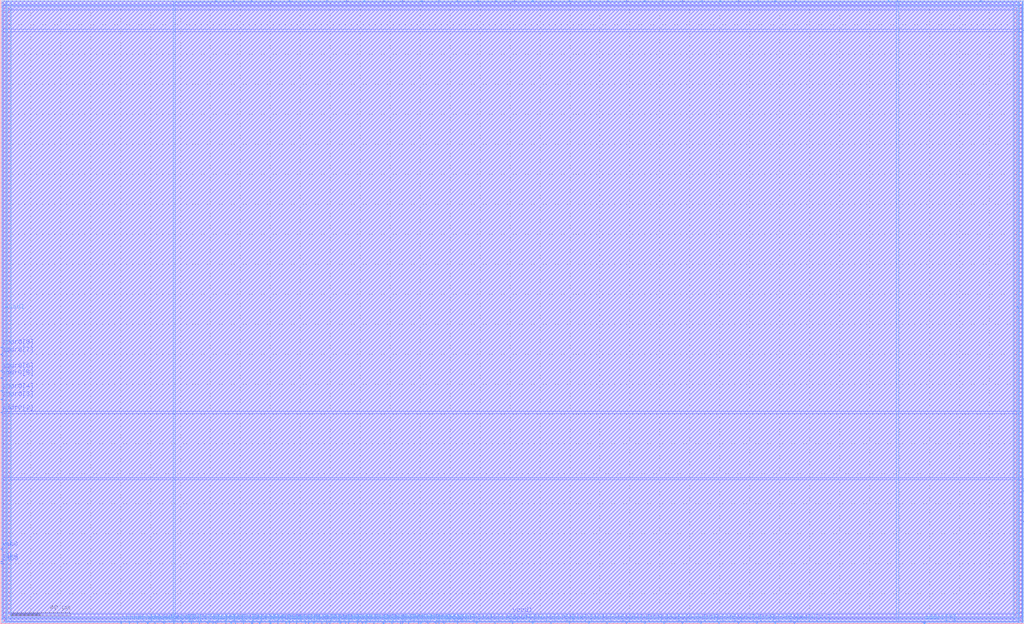
<source format=lef>
VERSION 5.4 ;
NAMESCASESENSITIVE ON ;
BUSBITCHARS "[]" ;
DIVIDERCHAR "/" ;
UNITS
  DATABASE MICRONS 2000 ;
END UNITS
MACRO sky130_sram_2kbyte_1rw1r_32x512_8
   CLASS BLOCK ;
   SIZE 683.1 BY 416.54 ;
   SYMMETRY X Y R90 ;
   PIN din0[0]
      DIRECTION INPUT ;
      PORT
         LAYER met4 ;
         RECT  115.6 0.0 115.98 1.06 ;
      END
   END din0[0]
   PIN din0[1]
      DIRECTION INPUT ;
      PORT
         LAYER met4 ;
         RECT  121.04 0.0 121.42 1.06 ;
      END
   END din0[1]
   PIN din0[2]
      DIRECTION INPUT ;
      PORT
         LAYER met4 ;
         RECT  127.16 0.0 127.54 1.06 ;
      END
   END din0[2]
   PIN din0[3]
      DIRECTION INPUT ;
      PORT
         LAYER met4 ;
         RECT  132.6 0.0 132.98 1.06 ;
      END
   END din0[3]
   PIN din0[4]
      DIRECTION INPUT ;
      PORT
         LAYER met4 ;
         RECT  138.04 0.0 138.42 1.06 ;
      END
   END din0[4]
   PIN din0[5]
      DIRECTION INPUT ;
      PORT
         LAYER met4 ;
         RECT  143.48 0.0 143.86 1.06 ;
      END
   END din0[5]
   PIN din0[6]
      DIRECTION INPUT ;
      PORT
         LAYER met4 ;
         RECT  150.28 0.0 150.66 1.06 ;
      END
   END din0[6]
   PIN din0[7]
      DIRECTION INPUT ;
      PORT
         LAYER met4 ;
         RECT  156.4 0.0 156.78 1.06 ;
      END
   END din0[7]
   PIN din0[8]
      DIRECTION INPUT ;
      PORT
         LAYER met4 ;
         RECT  161.84 0.0 162.22 1.06 ;
      END
   END din0[8]
   PIN din0[9]
      DIRECTION INPUT ;
      PORT
         LAYER met4 ;
         RECT  167.28 0.0 167.66 1.06 ;
      END
   END din0[9]
   PIN din0[10]
      DIRECTION INPUT ;
      PORT
         LAYER met4 ;
         RECT  172.72 0.0 173.1 1.06 ;
      END
   END din0[10]
   PIN din0[11]
      DIRECTION INPUT ;
      PORT
         LAYER met4 ;
         RECT  179.52 0.0 179.9 1.06 ;
      END
   END din0[11]
   PIN din0[12]
      DIRECTION INPUT ;
      PORT
         LAYER met4 ;
         RECT  184.96 0.0 185.34 1.06 ;
      END
   END din0[12]
   PIN din0[13]
      DIRECTION INPUT ;
      PORT
         LAYER met4 ;
         RECT  190.4 0.0 190.78 1.06 ;
      END
   END din0[13]
   PIN din0[14]
      DIRECTION INPUT ;
      PORT
         LAYER met4 ;
         RECT  197.2 0.0 197.58 1.06 ;
      END
   END din0[14]
   PIN din0[15]
      DIRECTION INPUT ;
      PORT
         LAYER met4 ;
         RECT  203.32 0.0 203.7 1.06 ;
      END
   END din0[15]
   PIN din0[16]
      DIRECTION INPUT ;
      PORT
         LAYER met4 ;
         RECT  208.76 0.0 209.14 1.06 ;
      END
   END din0[16]
   PIN din0[17]
      DIRECTION INPUT ;
      PORT
         LAYER met4 ;
         RECT  214.2 0.0 214.58 1.06 ;
      END
   END din0[17]
   PIN din0[18]
      DIRECTION INPUT ;
      PORT
         LAYER met4 ;
         RECT  219.64 0.0 220.02 1.06 ;
      END
   END din0[18]
   PIN din0[19]
      DIRECTION INPUT ;
      PORT
         LAYER met4 ;
         RECT  226.44 0.0 226.82 1.06 ;
      END
   END din0[19]
   PIN din0[20]
      DIRECTION INPUT ;
      PORT
         LAYER met4 ;
         RECT  231.88 0.0 232.26 1.06 ;
      END
   END din0[20]
   PIN din0[21]
      DIRECTION INPUT ;
      PORT
         LAYER met4 ;
         RECT  238.0 0.0 238.38 1.06 ;
      END
   END din0[21]
   PIN din0[22]
      DIRECTION INPUT ;
      PORT
         LAYER met4 ;
         RECT  243.44 0.0 243.82 1.06 ;
      END
   END din0[22]
   PIN din0[23]
      DIRECTION INPUT ;
      PORT
         LAYER met4 ;
         RECT  248.88 0.0 249.26 1.06 ;
      END
   END din0[23]
   PIN din0[24]
      DIRECTION INPUT ;
      PORT
         LAYER met4 ;
         RECT  255.68 0.0 256.06 1.06 ;
      END
   END din0[24]
   PIN din0[25]
      DIRECTION INPUT ;
      PORT
         LAYER met4 ;
         RECT  261.12 0.0 261.5 1.06 ;
      END
   END din0[25]
   PIN din0[26]
      DIRECTION INPUT ;
      PORT
         LAYER met4 ;
         RECT  266.56 0.0 266.94 1.06 ;
      END
   END din0[26]
   PIN din0[27]
      DIRECTION INPUT ;
      PORT
         LAYER met4 ;
         RECT  272.0 0.0 272.38 1.06 ;
      END
   END din0[27]
   PIN din0[28]
      DIRECTION INPUT ;
      PORT
         LAYER met4 ;
         RECT  278.8 0.0 279.18 1.06 ;
      END
   END din0[28]
   PIN din0[29]
      DIRECTION INPUT ;
      PORT
         LAYER met4 ;
         RECT  284.92 0.0 285.3 1.06 ;
      END
   END din0[29]
   PIN din0[30]
      DIRECTION INPUT ;
      PORT
         LAYER met4 ;
         RECT  290.36 0.0 290.74 1.06 ;
      END
   END din0[30]
   PIN din0[31]
      DIRECTION INPUT ;
      PORT
         LAYER met4 ;
         RECT  295.8 0.0 296.18 1.06 ;
      END
   END din0[31]
   PIN addr0[0]
      DIRECTION INPUT ;
      PORT
         LAYER met4 ;
         RECT  80.24 0.0 80.62 1.06 ;
      END
   END addr0[0]
   PIN addr0[1]
      DIRECTION INPUT ;
      PORT
         LAYER met4 ;
         RECT  85.68 0.0 86.06 1.06 ;
      END
   END addr0[1]
   PIN addr0[2]
      DIRECTION INPUT ;
      PORT
         LAYER met3 ;
         RECT  0.0 140.76 1.06 141.14 ;
      END
   END addr0[2]
   PIN addr0[3]
      DIRECTION INPUT ;
      PORT
         LAYER met3 ;
         RECT  0.0 149.6 1.06 149.98 ;
      END
   END addr0[3]
   PIN addr0[4]
      DIRECTION INPUT ;
      PORT
         LAYER met3 ;
         RECT  0.0 155.04 1.06 155.42 ;
      END
   END addr0[4]
   PIN addr0[5]
      DIRECTION INPUT ;
      PORT
         LAYER met3 ;
         RECT  0.0 163.88 1.06 164.26 ;
      END
   END addr0[5]
   PIN addr0[6]
      DIRECTION INPUT ;
      PORT
         LAYER met3 ;
         RECT  0.0 168.64 1.06 169.02 ;
      END
   END addr0[6]
   PIN addr0[7]
      DIRECTION INPUT ;
      PORT
         LAYER met3 ;
         RECT  0.0 179.52 1.06 179.9 ;
      END
   END addr0[7]
   PIN addr0[8]
      DIRECTION INPUT ;
      PORT
         LAYER met3 ;
         RECT  0.0 184.28 1.06 184.66 ;
      END
   END addr0[8]
   PIN addr1[0]
      DIRECTION INPUT ;
      PORT
         LAYER met4 ;
         RECT  598.4 415.48 598.78 416.54 ;
      END
   END addr1[0]
   PIN addr1[1]
      DIRECTION INPUT ;
      PORT
         LAYER met4 ;
         RECT  592.28 415.48 592.66 416.54 ;
      END
   END addr1[1]
   PIN addr1[2]
      DIRECTION INPUT ;
      PORT
         LAYER met3 ;
         RECT  682.04 96.56 683.1 96.94 ;
      END
   END addr1[2]
   PIN addr1[3]
      DIRECTION INPUT ;
      PORT
         LAYER met3 ;
         RECT  682.04 88.4 683.1 88.78 ;
      END
   END addr1[3]
   PIN addr1[4]
      DIRECTION INPUT ;
      PORT
         LAYER met3 ;
         RECT  682.04 81.6 683.1 81.98 ;
      END
   END addr1[4]
   PIN addr1[5]
      DIRECTION INPUT ;
      PORT
         LAYER met3 ;
         RECT  682.04 74.12 683.1 74.5 ;
      END
   END addr1[5]
   PIN addr1[6]
      DIRECTION INPUT ;
      PORT
         LAYER met3 ;
         RECT  682.04 68.0 683.1 68.38 ;
      END
   END addr1[6]
   PIN addr1[7]
      DIRECTION INPUT ;
      PORT
         LAYER met4 ;
         RECT  616.08 0.0 616.46 1.06 ;
      END
   END addr1[7]
   PIN addr1[8]
      DIRECTION INPUT ;
      PORT
         LAYER met4 ;
         RECT  616.76 0.0 617.14 1.06 ;
      END
   END addr1[8]
   PIN csb0
      DIRECTION INPUT ;
      PORT
         LAYER met3 ;
         RECT  0.0 40.12 1.06 40.5 ;
      END
   END csb0
   PIN csb1
      DIRECTION INPUT ;
      PORT
         LAYER met3 ;
         RECT  682.04 395.76 683.1 396.14 ;
      END
   END csb1
   PIN web0
      DIRECTION INPUT ;
      PORT
         LAYER met3 ;
         RECT  0.0 49.64 1.06 50.02 ;
      END
   END web0
   PIN clk0
      DIRECTION INPUT ;
      PORT
         LAYER met3 ;
         RECT  0.0 41.48 1.06 41.86 ;
      END
   END clk0
   PIN clk1
      DIRECTION INPUT ;
      PORT
         LAYER met4 ;
         RECT  654.16 415.48 654.54 416.54 ;
      END
   END clk1
   PIN wmask0[0]
      DIRECTION INPUT ;
      PORT
         LAYER met4 ;
         RECT  91.12 0.0 91.5 1.06 ;
      END
   END wmask0[0]
   PIN wmask0[1]
      DIRECTION INPUT ;
      PORT
         LAYER met4 ;
         RECT  97.92 0.0 98.3 1.06 ;
      END
   END wmask0[1]
   PIN wmask0[2]
      DIRECTION INPUT ;
      PORT
         LAYER met4 ;
         RECT  102.68 0.0 103.06 1.06 ;
      END
   END wmask0[2]
   PIN wmask0[3]
      DIRECTION INPUT ;
      PORT
         LAYER met4 ;
         RECT  108.8 0.0 109.18 1.06 ;
      END
   END wmask0[3]
   PIN dout0[0]
      DIRECTION OUTPUT ;
      PORT
         LAYER met4 ;
         RECT  141.44 0.0 141.82 1.06 ;
      END
   END dout0[0]
   PIN dout0[1]
      DIRECTION OUTPUT ;
      PORT
         LAYER met4 ;
         RECT  153.68 0.0 154.06 1.06 ;
      END
   END dout0[1]
   PIN dout0[2]
      DIRECTION OUTPUT ;
      PORT
         LAYER met4 ;
         RECT  167.96 0.0 168.34 1.06 ;
      END
   END dout0[2]
   PIN dout0[3]
      DIRECTION OUTPUT ;
      PORT
         LAYER met4 ;
         RECT  180.2 0.0 180.58 1.06 ;
      END
   END dout0[3]
   PIN dout0[4]
      DIRECTION OUTPUT ;
      PORT
         LAYER met4 ;
         RECT  192.44 0.0 192.82 1.06 ;
      END
   END dout0[4]
   PIN dout0[5]
      DIRECTION OUTPUT ;
      PORT
         LAYER met4 ;
         RECT  205.36 0.0 205.74 1.06 ;
      END
   END dout0[5]
   PIN dout0[6]
      DIRECTION OUTPUT ;
      PORT
         LAYER met4 ;
         RECT  217.6 0.0 217.98 1.06 ;
      END
   END dout0[6]
   PIN dout0[7]
      DIRECTION OUTPUT ;
      PORT
         LAYER met4 ;
         RECT  229.84 0.0 230.22 1.06 ;
      END
   END dout0[7]
   PIN dout0[8]
      DIRECTION OUTPUT ;
      PORT
         LAYER met4 ;
         RECT  241.4 0.0 241.78 1.06 ;
      END
   END dout0[8]
   PIN dout0[9]
      DIRECTION OUTPUT ;
      PORT
         LAYER met4 ;
         RECT  255.0 0.0 255.38 1.06 ;
      END
   END dout0[9]
   PIN dout0[10]
      DIRECTION OUTPUT ;
      PORT
         LAYER met4 ;
         RECT  267.92 0.0 268.3 1.06 ;
      END
   END dout0[10]
   PIN dout0[11]
      DIRECTION OUTPUT ;
      PORT
         LAYER met4 ;
         RECT  280.16 0.0 280.54 1.06 ;
      END
   END dout0[11]
   PIN dout0[12]
      DIRECTION OUTPUT ;
      PORT
         LAYER met4 ;
         RECT  292.4 0.0 292.78 1.06 ;
      END
   END dout0[12]
   PIN dout0[13]
      DIRECTION OUTPUT ;
      PORT
         LAYER met4 ;
         RECT  304.64 0.0 305.02 1.06 ;
      END
   END dout0[13]
   PIN dout0[14]
      DIRECTION OUTPUT ;
      PORT
         LAYER met4 ;
         RECT  317.56 0.0 317.94 1.06 ;
      END
   END dout0[14]
   PIN dout0[15]
      DIRECTION OUTPUT ;
      PORT
         LAYER met4 ;
         RECT  329.8 0.0 330.18 1.06 ;
      END
   END dout0[15]
   PIN dout0[16]
      DIRECTION OUTPUT ;
      PORT
         LAYER met4 ;
         RECT  341.36 0.0 341.74 1.06 ;
      END
   END dout0[16]
   PIN dout0[17]
      DIRECTION OUTPUT ;
      PORT
         LAYER met4 ;
         RECT  354.96 0.0 355.34 1.06 ;
      END
   END dout0[17]
   PIN dout0[18]
      DIRECTION OUTPUT ;
      PORT
         LAYER met4 ;
         RECT  367.2 0.0 367.58 1.06 ;
      END
   END dout0[18]
   PIN dout0[19]
      DIRECTION OUTPUT ;
      PORT
         LAYER met4 ;
         RECT  379.44 0.0 379.82 1.06 ;
      END
   END dout0[19]
   PIN dout0[20]
      DIRECTION OUTPUT ;
      PORT
         LAYER met4 ;
         RECT  392.36 0.0 392.74 1.06 ;
      END
   END dout0[20]
   PIN dout0[21]
      DIRECTION OUTPUT ;
      PORT
         LAYER met4 ;
         RECT  404.6 0.0 404.98 1.06 ;
      END
   END dout0[21]
   PIN dout0[22]
      DIRECTION OUTPUT ;
      PORT
         LAYER met4 ;
         RECT  417.52 0.0 417.9 1.06 ;
      END
   END dout0[22]
   PIN dout0[23]
      DIRECTION OUTPUT ;
      PORT
         LAYER met4 ;
         RECT  429.76 0.0 430.14 1.06 ;
      END
   END dout0[23]
   PIN dout0[24]
      DIRECTION OUTPUT ;
      PORT
         LAYER met4 ;
         RECT  442.68 0.0 443.06 1.06 ;
      END
   END dout0[24]
   PIN dout0[25]
      DIRECTION OUTPUT ;
      PORT
         LAYER met4 ;
         RECT  454.92 0.0 455.3 1.06 ;
      END
   END dout0[25]
   PIN dout0[26]
      DIRECTION OUTPUT ;
      PORT
         LAYER met4 ;
         RECT  467.16 0.0 467.54 1.06 ;
      END
   END dout0[26]
   PIN dout0[27]
      DIRECTION OUTPUT ;
      PORT
         LAYER met4 ;
         RECT  479.4 0.0 479.78 1.06 ;
      END
   END dout0[27]
   PIN dout0[28]
      DIRECTION OUTPUT ;
      PORT
         LAYER met4 ;
         RECT  492.32 0.0 492.7 1.06 ;
      END
   END dout0[28]
   PIN dout0[29]
      DIRECTION OUTPUT ;
      PORT
         LAYER met4 ;
         RECT  504.56 0.0 504.94 1.06 ;
      END
   END dout0[29]
   PIN dout0[30]
      DIRECTION OUTPUT ;
      PORT
         LAYER met4 ;
         RECT  516.8 0.0 517.18 1.06 ;
      END
   END dout0[30]
   PIN dout0[31]
      DIRECTION OUTPUT ;
      PORT
         LAYER met4 ;
         RECT  529.72 0.0 530.1 1.06 ;
      END
   END dout0[31]
   PIN dout1[0]
      DIRECTION OUTPUT ;
      PORT
         LAYER met4 ;
         RECT  143.48 415.48 143.86 416.54 ;
      END
   END dout1[0]
   PIN dout1[1]
      DIRECTION OUTPUT ;
      PORT
         LAYER met4 ;
         RECT  155.04 415.48 155.42 416.54 ;
      END
   END dout1[1]
   PIN dout1[2]
      DIRECTION OUTPUT ;
      PORT
         LAYER met4 ;
         RECT  167.28 415.48 167.66 416.54 ;
      END
   END dout1[2]
   PIN dout1[3]
      DIRECTION OUTPUT ;
      PORT
         LAYER met4 ;
         RECT  180.88 415.48 181.26 416.54 ;
      END
   END dout1[3]
   PIN dout1[4]
      DIRECTION OUTPUT ;
      PORT
         LAYER met4 ;
         RECT  192.44 415.48 192.82 416.54 ;
      END
   END dout1[4]
   PIN dout1[5]
      DIRECTION OUTPUT ;
      PORT
         LAYER met4 ;
         RECT  205.36 415.48 205.74 416.54 ;
      END
   END dout1[5]
   PIN dout1[6]
      DIRECTION OUTPUT ;
      PORT
         LAYER met4 ;
         RECT  217.6 415.48 217.98 416.54 ;
      END
   END dout1[6]
   PIN dout1[7]
      DIRECTION OUTPUT ;
      PORT
         LAYER met4 ;
         RECT  230.52 415.48 230.9 416.54 ;
      END
   END dout1[7]
   PIN dout1[8]
      DIRECTION OUTPUT ;
      PORT
         LAYER met4 ;
         RECT  242.76 415.48 243.14 416.54 ;
      END
   END dout1[8]
   PIN dout1[9]
      DIRECTION OUTPUT ;
      PORT
         LAYER met4 ;
         RECT  255.68 415.48 256.06 416.54 ;
      END
   END dout1[9]
   PIN dout1[10]
      DIRECTION OUTPUT ;
      PORT
         LAYER met4 ;
         RECT  267.92 415.48 268.3 416.54 ;
      END
   END dout1[10]
   PIN dout1[11]
      DIRECTION OUTPUT ;
      PORT
         LAYER met4 ;
         RECT  280.84 415.48 281.22 416.54 ;
      END
   END dout1[11]
   PIN dout1[12]
      DIRECTION OUTPUT ;
      PORT
         LAYER met4 ;
         RECT  292.4 415.48 292.78 416.54 ;
      END
   END dout1[12]
   PIN dout1[13]
      DIRECTION OUTPUT ;
      PORT
         LAYER met4 ;
         RECT  304.64 415.48 305.02 416.54 ;
      END
   END dout1[13]
   PIN dout1[14]
      DIRECTION OUTPUT ;
      PORT
         LAYER met4 ;
         RECT  318.24 415.48 318.62 416.54 ;
      END
   END dout1[14]
   PIN dout1[15]
      DIRECTION OUTPUT ;
      PORT
         LAYER met4 ;
         RECT  330.48 415.48 330.86 416.54 ;
      END
   END dout1[15]
   PIN dout1[16]
      DIRECTION OUTPUT ;
      PORT
         LAYER met4 ;
         RECT  342.72 415.48 343.1 416.54 ;
      END
   END dout1[16]
   PIN dout1[17]
      DIRECTION OUTPUT ;
      PORT
         LAYER met4 ;
         RECT  354.96 415.48 355.34 416.54 ;
      END
   END dout1[17]
   PIN dout1[18]
      DIRECTION OUTPUT ;
      PORT
         LAYER met4 ;
         RECT  367.88 415.48 368.26 416.54 ;
      END
   END dout1[18]
   PIN dout1[19]
      DIRECTION OUTPUT ;
      PORT
         LAYER met4 ;
         RECT  379.44 415.48 379.82 416.54 ;
      END
   END dout1[19]
   PIN dout1[20]
      DIRECTION OUTPUT ;
      PORT
         LAYER met4 ;
         RECT  393.04 415.48 393.42 416.54 ;
      END
   END dout1[20]
   PIN dout1[21]
      DIRECTION OUTPUT ;
      PORT
         LAYER met4 ;
         RECT  405.28 415.48 405.66 416.54 ;
      END
   END dout1[21]
   PIN dout1[22]
      DIRECTION OUTPUT ;
      PORT
         LAYER met4 ;
         RECT  417.52 415.48 417.9 416.54 ;
      END
   END dout1[22]
   PIN dout1[23]
      DIRECTION OUTPUT ;
      PORT
         LAYER met4 ;
         RECT  429.76 415.48 430.14 416.54 ;
      END
   END dout1[23]
   PIN dout1[24]
      DIRECTION OUTPUT ;
      PORT
         LAYER met4 ;
         RECT  442.0 415.48 442.38 416.54 ;
      END
   END dout1[24]
   PIN dout1[25]
      DIRECTION OUTPUT ;
      PORT
         LAYER met4 ;
         RECT  454.92 415.48 455.3 416.54 ;
      END
   END dout1[25]
   PIN dout1[26]
      DIRECTION OUTPUT ;
      PORT
         LAYER met4 ;
         RECT  467.84 415.48 468.22 416.54 ;
      END
   END dout1[26]
   PIN dout1[27]
      DIRECTION OUTPUT ;
      PORT
         LAYER met4 ;
         RECT  480.08 415.48 480.46 416.54 ;
      END
   END dout1[27]
   PIN dout1[28]
      DIRECTION OUTPUT ;
      PORT
         LAYER met4 ;
         RECT  492.32 415.48 492.7 416.54 ;
      END
   END dout1[28]
   PIN dout1[29]
      DIRECTION OUTPUT ;
      PORT
         LAYER met4 ;
         RECT  505.24 415.48 505.62 416.54 ;
      END
   END dout1[29]
   PIN dout1[30]
      DIRECTION OUTPUT ;
      PORT
         LAYER met4 ;
         RECT  516.8 415.48 517.18 416.54 ;
      END
   END dout1[30]
   PIN dout1[31]
      DIRECTION OUTPUT ;
      PORT
         LAYER met4 ;
         RECT  530.4 415.48 530.78 416.54 ;
      END
   END dout1[31]
   PIN vccd1
      DIRECTION INOUT ;
      USE POWER ; 
      PORT
         LAYER met4 ;
         RECT  4.76 4.76 6.5 411.78 ;
         LAYER met4 ;
         RECT  676.6 4.76 678.34 411.78 ;
         LAYER met3 ;
         RECT  4.76 410.04 678.34 411.78 ;
         LAYER met3 ;
         RECT  4.76 4.76 678.34 6.5 ;
      END
   END vccd1
   PIN vssd1
      DIRECTION INOUT ;
      USE GROUND ; 
      PORT
         LAYER met4 ;
         RECT  680.0 1.36 681.74 415.18 ;
         LAYER met4 ;
         RECT  1.36 1.36 3.1 415.18 ;
         LAYER met3 ;
         RECT  1.36 1.36 681.74 3.1 ;
         LAYER met3 ;
         RECT  1.36 413.44 681.74 415.18 ;
      END
   END vssd1
   OBS
   LAYER  met1 ;
      RECT  0.62 0.62 682.48 415.92 ;
   LAYER  met2 ;
      RECT  0.62 0.62 682.48 415.92 ;
   LAYER  met3 ;
      RECT  1.66 140.16 682.48 141.74 ;
      RECT  0.62 141.74 1.66 149.0 ;
      RECT  0.62 150.58 1.66 154.44 ;
      RECT  0.62 156.02 1.66 163.28 ;
      RECT  0.62 164.86 1.66 168.04 ;
      RECT  0.62 169.62 1.66 178.92 ;
      RECT  0.62 180.5 1.66 183.68 ;
      RECT  1.66 95.96 681.44 97.54 ;
      RECT  1.66 97.54 681.44 140.16 ;
      RECT  681.44 97.54 682.48 140.16 ;
      RECT  681.44 89.38 682.48 95.96 ;
      RECT  681.44 82.58 682.48 87.8 ;
      RECT  681.44 75.1 682.48 81.0 ;
      RECT  681.44 68.98 682.48 73.52 ;
      RECT  1.66 141.74 681.44 395.16 ;
      RECT  1.66 395.16 681.44 396.74 ;
      RECT  681.44 141.74 682.48 395.16 ;
      RECT  0.62 50.62 1.66 140.16 ;
      RECT  0.62 42.46 1.66 49.04 ;
      RECT  1.66 396.74 4.16 409.44 ;
      RECT  1.66 409.44 4.16 412.38 ;
      RECT  4.16 396.74 678.94 409.44 ;
      RECT  678.94 396.74 681.44 409.44 ;
      RECT  678.94 409.44 681.44 412.38 ;
      RECT  1.66 4.16 4.16 7.1 ;
      RECT  1.66 7.1 4.16 95.96 ;
      RECT  4.16 7.1 678.94 95.96 ;
      RECT  678.94 4.16 681.44 7.1 ;
      RECT  678.94 7.1 681.44 95.96 ;
      RECT  681.44 0.62 682.34 0.76 ;
      RECT  681.44 3.7 682.34 67.4 ;
      RECT  682.34 0.62 682.48 0.76 ;
      RECT  682.34 0.76 682.48 3.7 ;
      RECT  682.34 3.7 682.48 67.4 ;
      RECT  0.62 0.62 0.76 0.76 ;
      RECT  0.62 0.76 0.76 3.7 ;
      RECT  0.62 3.7 0.76 39.52 ;
      RECT  0.76 0.62 1.66 0.76 ;
      RECT  0.76 3.7 1.66 39.52 ;
      RECT  1.66 0.62 4.16 0.76 ;
      RECT  1.66 3.7 4.16 4.16 ;
      RECT  4.16 0.62 678.94 0.76 ;
      RECT  4.16 3.7 678.94 4.16 ;
      RECT  678.94 0.62 681.44 0.76 ;
      RECT  678.94 3.7 681.44 4.16 ;
      RECT  0.62 185.26 0.76 412.84 ;
      RECT  0.62 412.84 0.76 415.78 ;
      RECT  0.62 415.78 0.76 415.92 ;
      RECT  0.76 185.26 1.66 412.84 ;
      RECT  0.76 415.78 1.66 415.92 ;
      RECT  681.44 396.74 682.34 412.84 ;
      RECT  681.44 415.78 682.34 415.92 ;
      RECT  682.34 396.74 682.48 412.84 ;
      RECT  682.34 412.84 682.48 415.78 ;
      RECT  682.34 415.78 682.48 415.92 ;
      RECT  1.66 412.38 4.16 412.84 ;
      RECT  1.66 415.78 4.16 415.92 ;
      RECT  4.16 412.38 678.94 412.84 ;
      RECT  4.16 415.78 678.94 415.92 ;
      RECT  678.94 412.38 681.44 412.84 ;
      RECT  678.94 415.78 681.44 415.92 ;
   LAYER  met4 ;
      RECT  115.0 1.66 116.58 415.92 ;
      RECT  116.58 0.62 120.44 1.66 ;
      RECT  122.02 0.62 126.56 1.66 ;
      RECT  128.14 0.62 132.0 1.66 ;
      RECT  133.58 0.62 137.44 1.66 ;
      RECT  144.46 0.62 149.68 1.66 ;
      RECT  157.38 0.62 161.24 1.66 ;
      RECT  162.82 0.62 166.68 1.66 ;
      RECT  173.7 0.62 178.92 1.66 ;
      RECT  185.94 0.62 189.8 1.66 ;
      RECT  198.18 0.62 202.72 1.66 ;
      RECT  209.74 0.62 213.6 1.66 ;
      RECT  220.62 0.62 225.84 1.66 ;
      RECT  232.86 0.62 237.4 1.66 ;
      RECT  244.42 0.62 248.28 1.66 ;
      RECT  256.66 0.62 260.52 1.66 ;
      RECT  262.1 0.62 265.96 1.66 ;
      RECT  272.98 0.62 278.2 1.66 ;
      RECT  285.9 0.62 289.76 1.66 ;
      RECT  81.22 0.62 85.08 1.66 ;
      RECT  116.58 1.66 597.8 414.88 ;
      RECT  597.8 1.66 599.38 414.88 ;
      RECT  593.26 414.88 597.8 415.92 ;
      RECT  599.38 414.88 653.56 415.92 ;
      RECT  86.66 0.62 90.52 1.66 ;
      RECT  92.1 0.62 97.32 1.66 ;
      RECT  98.9 0.62 102.08 1.66 ;
      RECT  103.66 0.62 108.2 1.66 ;
      RECT  109.78 0.62 115.0 1.66 ;
      RECT  139.02 0.62 140.84 1.66 ;
      RECT  142.42 0.62 142.88 1.66 ;
      RECT  151.26 0.62 153.08 1.66 ;
      RECT  154.66 0.62 155.8 1.66 ;
      RECT  168.94 0.62 172.12 1.66 ;
      RECT  181.18 0.62 184.36 1.66 ;
      RECT  191.38 0.62 191.84 1.66 ;
      RECT  193.42 0.62 196.6 1.66 ;
      RECT  204.3 0.62 204.76 1.66 ;
      RECT  206.34 0.62 208.16 1.66 ;
      RECT  215.18 0.62 217.0 1.66 ;
      RECT  218.58 0.62 219.04 1.66 ;
      RECT  227.42 0.62 229.24 1.66 ;
      RECT  230.82 0.62 231.28 1.66 ;
      RECT  238.98 0.62 240.8 1.66 ;
      RECT  242.38 0.62 242.84 1.66 ;
      RECT  249.86 0.62 254.4 1.66 ;
      RECT  268.9 0.62 271.4 1.66 ;
      RECT  281.14 0.62 284.32 1.66 ;
      RECT  291.34 0.62 291.8 1.66 ;
      RECT  293.38 0.62 295.2 1.66 ;
      RECT  296.78 0.62 304.04 1.66 ;
      RECT  305.62 0.62 316.96 1.66 ;
      RECT  318.54 0.62 329.2 1.66 ;
      RECT  330.78 0.62 340.76 1.66 ;
      RECT  342.34 0.62 354.36 1.66 ;
      RECT  355.94 0.62 366.6 1.66 ;
      RECT  368.18 0.62 378.84 1.66 ;
      RECT  380.42 0.62 391.76 1.66 ;
      RECT  393.34 0.62 404.0 1.66 ;
      RECT  405.58 0.62 416.92 1.66 ;
      RECT  418.5 0.62 429.16 1.66 ;
      RECT  430.74 0.62 442.08 1.66 ;
      RECT  443.66 0.62 454.32 1.66 ;
      RECT  455.9 0.62 466.56 1.66 ;
      RECT  468.14 0.62 478.8 1.66 ;
      RECT  480.38 0.62 491.72 1.66 ;
      RECT  493.3 0.62 503.96 1.66 ;
      RECT  505.54 0.62 516.2 1.66 ;
      RECT  517.78 0.62 529.12 1.66 ;
      RECT  530.7 0.62 615.48 1.66 ;
      RECT  116.58 414.88 142.88 415.92 ;
      RECT  144.46 414.88 154.44 415.92 ;
      RECT  156.02 414.88 166.68 415.92 ;
      RECT  168.26 414.88 180.28 415.92 ;
      RECT  181.86 414.88 191.84 415.92 ;
      RECT  193.42 414.88 204.76 415.92 ;
      RECT  206.34 414.88 217.0 415.92 ;
      RECT  218.58 414.88 229.92 415.92 ;
      RECT  231.5 414.88 242.16 415.92 ;
      RECT  243.74 414.88 255.08 415.92 ;
      RECT  256.66 414.88 267.32 415.92 ;
      RECT  268.9 414.88 280.24 415.92 ;
      RECT  281.82 414.88 291.8 415.92 ;
      RECT  293.38 414.88 304.04 415.92 ;
      RECT  305.62 414.88 317.64 415.92 ;
      RECT  319.22 414.88 329.88 415.92 ;
      RECT  331.46 414.88 342.12 415.92 ;
      RECT  343.7 414.88 354.36 415.92 ;
      RECT  355.94 414.88 367.28 415.92 ;
      RECT  368.86 414.88 378.84 415.92 ;
      RECT  380.42 414.88 392.44 415.92 ;
      RECT  394.02 414.88 404.68 415.92 ;
      RECT  406.26 414.88 416.92 415.92 ;
      RECT  418.5 414.88 429.16 415.92 ;
      RECT  430.74 414.88 441.4 415.92 ;
      RECT  442.98 414.88 454.32 415.92 ;
      RECT  455.9 414.88 467.24 415.92 ;
      RECT  468.82 414.88 479.48 415.92 ;
      RECT  481.06 414.88 491.72 415.92 ;
      RECT  493.3 414.88 504.64 415.92 ;
      RECT  506.22 414.88 516.2 415.92 ;
      RECT  517.78 414.88 529.8 415.92 ;
      RECT  531.38 414.88 591.68 415.92 ;
      RECT  4.16 1.66 7.1 4.16 ;
      RECT  4.16 412.38 7.1 415.92 ;
      RECT  7.1 1.66 115.0 4.16 ;
      RECT  7.1 4.16 115.0 412.38 ;
      RECT  7.1 412.38 115.0 415.92 ;
      RECT  599.38 1.66 676.0 4.16 ;
      RECT  599.38 4.16 676.0 412.38 ;
      RECT  599.38 412.38 676.0 414.88 ;
      RECT  676.0 1.66 678.94 4.16 ;
      RECT  676.0 412.38 678.94 414.88 ;
      RECT  617.74 0.62 679.4 0.76 ;
      RECT  617.74 0.76 679.4 1.66 ;
      RECT  679.4 0.62 682.34 0.76 ;
      RECT  682.34 0.62 682.48 0.76 ;
      RECT  682.34 0.76 682.48 1.66 ;
      RECT  655.14 414.88 679.4 415.78 ;
      RECT  655.14 415.78 679.4 415.92 ;
      RECT  679.4 415.78 682.34 415.92 ;
      RECT  682.34 414.88 682.48 415.78 ;
      RECT  682.34 415.78 682.48 415.92 ;
      RECT  678.94 1.66 679.4 4.16 ;
      RECT  682.34 1.66 682.48 4.16 ;
      RECT  678.94 4.16 679.4 412.38 ;
      RECT  682.34 4.16 682.48 412.38 ;
      RECT  678.94 412.38 679.4 414.88 ;
      RECT  682.34 412.38 682.48 414.88 ;
      RECT  0.62 0.62 0.76 0.76 ;
      RECT  0.62 0.76 0.76 1.66 ;
      RECT  0.76 0.62 3.7 0.76 ;
      RECT  3.7 0.62 79.64 0.76 ;
      RECT  3.7 0.76 79.64 1.66 ;
      RECT  0.62 1.66 0.76 4.16 ;
      RECT  3.7 1.66 4.16 4.16 ;
      RECT  0.62 4.16 0.76 412.38 ;
      RECT  3.7 4.16 4.16 412.38 ;
      RECT  0.62 412.38 0.76 415.78 ;
      RECT  0.62 415.78 0.76 415.92 ;
      RECT  0.76 415.78 3.7 415.92 ;
      RECT  3.7 412.38 4.16 415.78 ;
      RECT  3.7 415.78 4.16 415.92 ;
   END
END    sky130_sram_2kbyte_1rw1r_32x512_8
END    LIBRARY

</source>
